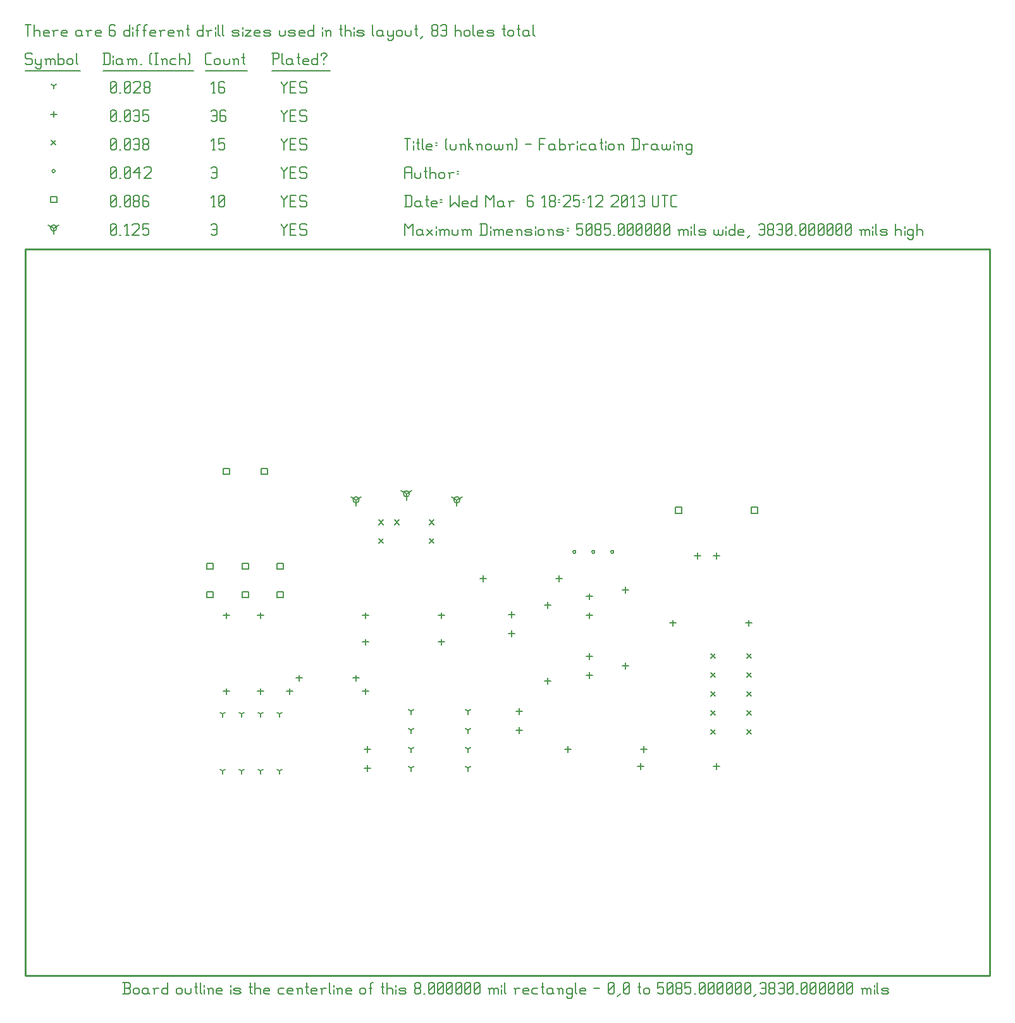
<source format=gbr>
G04 start of page 8 for group -3984 idx -3984 *
G04 Title: (unknown), fab *
G04 Creator: pcb 20110918 *
G04 CreationDate: Wed Mar  6 18:25:12 2013 UTC *
G04 For: fosse *
G04 Format: Gerber/RS-274X *
G04 PCB-Dimensions: 508500 383000 *
G04 PCB-Coordinate-Origin: lower left *
%MOIN*%
%FSLAX25Y25*%
%LNFAB*%
%ADD83C,0.0100*%
%ADD82C,0.0060*%
%ADD81C,0.0080*%
G54D81*X201000Y254083D02*Y250883D01*
Y254083D02*X203773Y255683D01*
X201000Y254083D02*X198227Y255683D01*
X199400Y254083D02*G75*G03X202600Y254083I1600J0D01*G01*
G75*G03X199400Y254083I-1600J0D01*G01*
X174425Y250933D02*Y247733D01*
Y250933D02*X177198Y252533D01*
X174425Y250933D02*X171652Y252533D01*
X172825Y250933D02*G75*G03X176025Y250933I1600J0D01*G01*
G75*G03X172825Y250933I-1600J0D01*G01*
X227575D02*Y247733D01*
Y250933D02*X230348Y252533D01*
X227575Y250933D02*X224802Y252533D01*
X225975Y250933D02*G75*G03X229175Y250933I1600J0D01*G01*
G75*G03X225975Y250933I-1600J0D01*G01*
X15000Y394250D02*Y391050D01*
Y394250D02*X17773Y395850D01*
X15000Y394250D02*X12227Y395850D01*
X13400Y394250D02*G75*G03X16600Y394250I1600J0D01*G01*
G75*G03X13400Y394250I-1600J0D01*G01*
G54D82*X135000Y396500D02*Y395750D01*
X136500Y394250D01*
X138000Y395750D01*
Y396500D02*Y395750D01*
X136500Y394250D02*Y390500D01*
X139800Y393500D02*X142050D01*
X139800Y390500D02*X142800D01*
X139800Y396500D02*Y390500D01*
Y396500D02*X142800D01*
X147600D02*X148350Y395750D01*
X145350Y396500D02*X147600D01*
X144600Y395750D02*X145350Y396500D01*
X144600Y395750D02*Y394250D01*
X145350Y393500D01*
X147600D01*
X148350Y392750D01*
Y391250D01*
X147600Y390500D02*X148350Y391250D01*
X145350Y390500D02*X147600D01*
X144600Y391250D02*X145350Y390500D01*
X98000Y395750D02*X98750Y396500D01*
X100250D01*
X101000Y395750D01*
Y391250D01*
X100250Y390500D02*X101000Y391250D01*
X98750Y390500D02*X100250D01*
X98000Y391250D02*X98750Y390500D01*
Y393500D02*X101000D01*
X45000Y391250D02*X45750Y390500D01*
X45000Y395750D02*Y391250D01*
Y395750D02*X45750Y396500D01*
X47250D01*
X48000Y395750D01*
Y391250D01*
X47250Y390500D02*X48000Y391250D01*
X45750Y390500D02*X47250D01*
X45000Y392000D02*X48000Y395000D01*
X49800Y390500D02*X50550D01*
X53100D02*X54600D01*
X53850Y396500D02*Y390500D01*
X52350Y395000D02*X53850Y396500D01*
X56400Y395750D02*X57150Y396500D01*
X59400D01*
X60150Y395750D01*
Y394250D01*
X56400Y390500D02*X60150Y394250D01*
X56400Y390500D02*X60150D01*
X61950Y396500D02*X64950D01*
X61950D02*Y393500D01*
X62700Y394250D01*
X64200D01*
X64950Y393500D01*
Y391250D01*
X64200Y390500D02*X64950Y391250D01*
X62700Y390500D02*X64200D01*
X61950Y391250D02*X62700Y390500D01*
X104400Y267600D02*X107600D01*
X104400D02*Y264400D01*
X107600D01*
Y267600D02*Y264400D01*
X124400Y267600D02*X127600D01*
X124400D02*Y264400D01*
X127600D01*
Y267600D02*Y264400D01*
X114400Y217600D02*X117600D01*
X114400D02*Y214400D01*
X117600D01*
Y217600D02*Y214400D01*
X95900Y217600D02*X99100D01*
X95900D02*Y214400D01*
X99100D01*
Y217600D02*Y214400D01*
X132900Y217600D02*X136100D01*
X132900D02*Y214400D01*
X136100D01*
Y217600D02*Y214400D01*
X95900Y202600D02*X99100D01*
X95900D02*Y199400D01*
X99100D01*
Y202600D02*Y199400D01*
X114400Y202600D02*X117600D01*
X114400D02*Y199400D01*
X117600D01*
Y202600D02*Y199400D01*
X132900Y202600D02*X136100D01*
X132900D02*Y199400D01*
X136100D01*
Y202600D02*Y199400D01*
X342900Y247100D02*X346100D01*
X342900D02*Y243900D01*
X346100D01*
Y247100D02*Y243900D01*
X382900Y247100D02*X386100D01*
X382900D02*Y243900D01*
X386100D01*
Y247100D02*Y243900D01*
X13400Y410850D02*X16600D01*
X13400D02*Y407650D01*
X16600D01*
Y410850D02*Y407650D01*
X135000Y411500D02*Y410750D01*
X136500Y409250D01*
X138000Y410750D01*
Y411500D02*Y410750D01*
X136500Y409250D02*Y405500D01*
X139800Y408500D02*X142050D01*
X139800Y405500D02*X142800D01*
X139800Y411500D02*Y405500D01*
Y411500D02*X142800D01*
X147600D02*X148350Y410750D01*
X145350Y411500D02*X147600D01*
X144600Y410750D02*X145350Y411500D01*
X144600Y410750D02*Y409250D01*
X145350Y408500D01*
X147600D01*
X148350Y407750D01*
Y406250D01*
X147600Y405500D02*X148350Y406250D01*
X145350Y405500D02*X147600D01*
X144600Y406250D02*X145350Y405500D01*
X98750D02*X100250D01*
X99500Y411500D02*Y405500D01*
X98000Y410000D02*X99500Y411500D01*
X102050Y406250D02*X102800Y405500D01*
X102050Y410750D02*Y406250D01*
Y410750D02*X102800Y411500D01*
X104300D01*
X105050Y410750D01*
Y406250D01*
X104300Y405500D02*X105050Y406250D01*
X102800Y405500D02*X104300D01*
X102050Y407000D02*X105050Y410000D01*
X45000Y406250D02*X45750Y405500D01*
X45000Y410750D02*Y406250D01*
Y410750D02*X45750Y411500D01*
X47250D01*
X48000Y410750D01*
Y406250D01*
X47250Y405500D02*X48000Y406250D01*
X45750Y405500D02*X47250D01*
X45000Y407000D02*X48000Y410000D01*
X49800Y405500D02*X50550D01*
X52350Y406250D02*X53100Y405500D01*
X52350Y410750D02*Y406250D01*
Y410750D02*X53100Y411500D01*
X54600D01*
X55350Y410750D01*
Y406250D01*
X54600Y405500D02*X55350Y406250D01*
X53100Y405500D02*X54600D01*
X52350Y407000D02*X55350Y410000D01*
X57150Y406250D02*X57900Y405500D01*
X57150Y407750D02*Y406250D01*
Y407750D02*X57900Y408500D01*
X59400D01*
X60150Y407750D01*
Y406250D01*
X59400Y405500D02*X60150Y406250D01*
X57900Y405500D02*X59400D01*
X57150Y409250D02*X57900Y408500D01*
X57150Y410750D02*Y409250D01*
Y410750D02*X57900Y411500D01*
X59400D01*
X60150Y410750D01*
Y409250D01*
X59400Y408500D02*X60150Y409250D01*
X64200Y411500D02*X64950Y410750D01*
X62700Y411500D02*X64200D01*
X61950Y410750D02*X62700Y411500D01*
X61950Y410750D02*Y406250D01*
X62700Y405500D01*
X64200Y408500D02*X64950Y407750D01*
X61950Y408500D02*X64200D01*
X62700Y405500D02*X64200D01*
X64950Y406250D01*
Y407750D02*Y406250D01*
X288700Y223500D02*G75*G03X290300Y223500I800J0D01*G01*
G75*G03X288700Y223500I-800J0D01*G01*
X298700D02*G75*G03X300300Y223500I800J0D01*G01*
G75*G03X298700Y223500I-800J0D01*G01*
X308700D02*G75*G03X310300Y223500I800J0D01*G01*
G75*G03X308700Y223500I-800J0D01*G01*
X14200Y424250D02*G75*G03X15800Y424250I800J0D01*G01*
G75*G03X14200Y424250I-800J0D01*G01*
X135000Y426500D02*Y425750D01*
X136500Y424250D01*
X138000Y425750D01*
Y426500D02*Y425750D01*
X136500Y424250D02*Y420500D01*
X139800Y423500D02*X142050D01*
X139800Y420500D02*X142800D01*
X139800Y426500D02*Y420500D01*
Y426500D02*X142800D01*
X147600D02*X148350Y425750D01*
X145350Y426500D02*X147600D01*
X144600Y425750D02*X145350Y426500D01*
X144600Y425750D02*Y424250D01*
X145350Y423500D01*
X147600D01*
X148350Y422750D01*
Y421250D01*
X147600Y420500D02*X148350Y421250D01*
X145350Y420500D02*X147600D01*
X144600Y421250D02*X145350Y420500D01*
X98000Y425750D02*X98750Y426500D01*
X100250D01*
X101000Y425750D01*
Y421250D01*
X100250Y420500D02*X101000Y421250D01*
X98750Y420500D02*X100250D01*
X98000Y421250D02*X98750Y420500D01*
Y423500D02*X101000D01*
X45000Y421250D02*X45750Y420500D01*
X45000Y425750D02*Y421250D01*
Y425750D02*X45750Y426500D01*
X47250D01*
X48000Y425750D01*
Y421250D01*
X47250Y420500D02*X48000Y421250D01*
X45750Y420500D02*X47250D01*
X45000Y422000D02*X48000Y425000D01*
X49800Y420500D02*X50550D01*
X52350Y421250D02*X53100Y420500D01*
X52350Y425750D02*Y421250D01*
Y425750D02*X53100Y426500D01*
X54600D01*
X55350Y425750D01*
Y421250D01*
X54600Y420500D02*X55350Y421250D01*
X53100Y420500D02*X54600D01*
X52350Y422000D02*X55350Y425000D01*
X57150Y423500D02*X60150Y426500D01*
X57150Y423500D02*X60900D01*
X60150Y426500D02*Y420500D01*
X62700Y425750D02*X63450Y426500D01*
X65700D01*
X66450Y425750D01*
Y424250D01*
X62700Y420500D02*X66450Y424250D01*
X62700Y420500D02*X66450D01*
X380300Y169700D02*X382700Y167300D01*
X380300D02*X382700Y169700D01*
X380300Y159700D02*X382700Y157300D01*
X380300D02*X382700Y159700D01*
X380300Y149700D02*X382700Y147300D01*
X380300D02*X382700Y149700D01*
X380300Y139700D02*X382700Y137300D01*
X380300D02*X382700Y139700D01*
X380300Y129700D02*X382700Y127300D01*
X380300D02*X382700Y129700D01*
X186414Y230480D02*X188814Y228080D01*
X186414D02*X188814Y230480D01*
X194682Y240322D02*X197082Y237922D01*
X194682D02*X197082Y240322D01*
X186414D02*X188814Y237922D01*
X186414D02*X188814Y240322D01*
X213186D02*X215586Y237922D01*
X213186D02*X215586Y240322D01*
X213186Y230480D02*X215586Y228080D01*
X213186D02*X215586Y230480D01*
X361300Y169700D02*X363700Y167300D01*
X361300D02*X363700Y169700D01*
X361300Y159700D02*X363700Y157300D01*
X361300D02*X363700Y159700D01*
X361300Y149700D02*X363700Y147300D01*
X361300D02*X363700Y149700D01*
X361300Y139700D02*X363700Y137300D01*
X361300D02*X363700Y139700D01*
X361300Y129700D02*X363700Y127300D01*
X361300D02*X363700Y129700D01*
X13800Y440450D02*X16200Y438050D01*
X13800D02*X16200Y440450D01*
X135000Y441500D02*Y440750D01*
X136500Y439250D01*
X138000Y440750D01*
Y441500D02*Y440750D01*
X136500Y439250D02*Y435500D01*
X139800Y438500D02*X142050D01*
X139800Y435500D02*X142800D01*
X139800Y441500D02*Y435500D01*
Y441500D02*X142800D01*
X147600D02*X148350Y440750D01*
X145350Y441500D02*X147600D01*
X144600Y440750D02*X145350Y441500D01*
X144600Y440750D02*Y439250D01*
X145350Y438500D01*
X147600D01*
X148350Y437750D01*
Y436250D01*
X147600Y435500D02*X148350Y436250D01*
X145350Y435500D02*X147600D01*
X144600Y436250D02*X145350Y435500D01*
X98750D02*X100250D01*
X99500Y441500D02*Y435500D01*
X98000Y440000D02*X99500Y441500D01*
X102050D02*X105050D01*
X102050D02*Y438500D01*
X102800Y439250D01*
X104300D01*
X105050Y438500D01*
Y436250D01*
X104300Y435500D02*X105050Y436250D01*
X102800Y435500D02*X104300D01*
X102050Y436250D02*X102800Y435500D01*
X45000Y436250D02*X45750Y435500D01*
X45000Y440750D02*Y436250D01*
Y440750D02*X45750Y441500D01*
X47250D01*
X48000Y440750D01*
Y436250D01*
X47250Y435500D02*X48000Y436250D01*
X45750Y435500D02*X47250D01*
X45000Y437000D02*X48000Y440000D01*
X49800Y435500D02*X50550D01*
X52350Y436250D02*X53100Y435500D01*
X52350Y440750D02*Y436250D01*
Y440750D02*X53100Y441500D01*
X54600D01*
X55350Y440750D01*
Y436250D01*
X54600Y435500D02*X55350Y436250D01*
X53100Y435500D02*X54600D01*
X52350Y437000D02*X55350Y440000D01*
X57150Y440750D02*X57900Y441500D01*
X59400D01*
X60150Y440750D01*
Y436250D01*
X59400Y435500D02*X60150Y436250D01*
X57900Y435500D02*X59400D01*
X57150Y436250D02*X57900Y435500D01*
Y438500D02*X60150D01*
X61950Y436250D02*X62700Y435500D01*
X61950Y437750D02*Y436250D01*
Y437750D02*X62700Y438500D01*
X64200D01*
X64950Y437750D01*
Y436250D01*
X64200Y435500D02*X64950Y436250D01*
X62700Y435500D02*X64200D01*
X61950Y439250D02*X62700Y438500D01*
X61950Y440750D02*Y439250D01*
Y440750D02*X62700Y441500D01*
X64200D01*
X64950Y440750D01*
Y439250D01*
X64200Y438500D02*X64950Y439250D01*
X275500Y157100D02*Y153900D01*
X273900Y155500D02*X277100D01*
X275500Y197100D02*Y193900D01*
X273900Y195500D02*X277100D01*
X256500Y182100D02*Y178900D01*
X254900Y180500D02*X258100D01*
X256500Y192100D02*Y188900D01*
X254900Y190500D02*X258100D01*
X180500Y111100D02*Y107900D01*
X178900Y109500D02*X182100D01*
X180500Y121100D02*Y117900D01*
X178900Y119500D02*X182100D01*
X124000Y191600D02*Y188400D01*
X122400Y190000D02*X125600D01*
X124000Y151600D02*Y148400D01*
X122400Y150000D02*X125600D01*
X260500Y131100D02*Y127900D01*
X258900Y129500D02*X262100D01*
X260500Y141100D02*Y137900D01*
X258900Y139500D02*X262100D01*
X241500Y211100D02*Y207900D01*
X239900Y209500D02*X243100D01*
X281500Y211100D02*Y207900D01*
X279900Y209500D02*X283100D01*
X354500Y223100D02*Y219900D01*
X352900Y221500D02*X356100D01*
X364500Y223100D02*Y219900D01*
X362900Y221500D02*X366100D01*
X144500Y158600D02*Y155400D01*
X142900Y157000D02*X146100D01*
X174500Y158600D02*Y155400D01*
X172900Y157000D02*X176100D01*
X297500Y191600D02*Y188400D01*
X295900Y190000D02*X299100D01*
X297500Y201600D02*Y198400D01*
X295900Y200000D02*X299100D01*
X316500Y165100D02*Y161900D01*
X314900Y163500D02*X318100D01*
X316500Y205100D02*Y201900D01*
X314900Y203500D02*X318100D01*
X297500Y160100D02*Y156900D01*
X295900Y158500D02*X299100D01*
X297500Y170100D02*Y166900D01*
X295900Y168500D02*X299100D01*
X106000Y191600D02*Y188400D01*
X104400Y190000D02*X107600D01*
X106000Y151600D02*Y148400D01*
X104400Y150000D02*X107600D01*
X286000Y121100D02*Y117900D01*
X284400Y119500D02*X287600D01*
X326000Y121100D02*Y117900D01*
X324400Y119500D02*X327600D01*
X219500Y191600D02*Y188400D01*
X217900Y190000D02*X221100D01*
X179500Y191600D02*Y188400D01*
X177900Y190000D02*X181100D01*
X219500Y177600D02*Y174400D01*
X217900Y176000D02*X221100D01*
X179500Y177600D02*Y174400D01*
X177900Y176000D02*X181100D01*
X139500Y151600D02*Y148400D01*
X137900Y150000D02*X141100D01*
X179500Y151600D02*Y148400D01*
X177900Y150000D02*X181100D01*
X341500Y187600D02*Y184400D01*
X339900Y186000D02*X343100D01*
X381500Y187600D02*Y184400D01*
X379900Y186000D02*X383100D01*
X324500Y112100D02*Y108900D01*
X322900Y110500D02*X326100D01*
X364500Y112100D02*Y108900D01*
X362900Y110500D02*X366100D01*
X15000Y455850D02*Y452650D01*
X13400Y454250D02*X16600D01*
X135000Y456500D02*Y455750D01*
X136500Y454250D01*
X138000Y455750D01*
Y456500D02*Y455750D01*
X136500Y454250D02*Y450500D01*
X139800Y453500D02*X142050D01*
X139800Y450500D02*X142800D01*
X139800Y456500D02*Y450500D01*
Y456500D02*X142800D01*
X147600D02*X148350Y455750D01*
X145350Y456500D02*X147600D01*
X144600Y455750D02*X145350Y456500D01*
X144600Y455750D02*Y454250D01*
X145350Y453500D01*
X147600D01*
X148350Y452750D01*
Y451250D01*
X147600Y450500D02*X148350Y451250D01*
X145350Y450500D02*X147600D01*
X144600Y451250D02*X145350Y450500D01*
X98000Y455750D02*X98750Y456500D01*
X100250D01*
X101000Y455750D01*
Y451250D01*
X100250Y450500D02*X101000Y451250D01*
X98750Y450500D02*X100250D01*
X98000Y451250D02*X98750Y450500D01*
Y453500D02*X101000D01*
X105050Y456500D02*X105800Y455750D01*
X103550Y456500D02*X105050D01*
X102800Y455750D02*X103550Y456500D01*
X102800Y455750D02*Y451250D01*
X103550Y450500D01*
X105050Y453500D02*X105800Y452750D01*
X102800Y453500D02*X105050D01*
X103550Y450500D02*X105050D01*
X105800Y451250D01*
Y452750D02*Y451250D01*
X45000D02*X45750Y450500D01*
X45000Y455750D02*Y451250D01*
Y455750D02*X45750Y456500D01*
X47250D01*
X48000Y455750D01*
Y451250D01*
X47250Y450500D02*X48000Y451250D01*
X45750Y450500D02*X47250D01*
X45000Y452000D02*X48000Y455000D01*
X49800Y450500D02*X50550D01*
X52350Y451250D02*X53100Y450500D01*
X52350Y455750D02*Y451250D01*
Y455750D02*X53100Y456500D01*
X54600D01*
X55350Y455750D01*
Y451250D01*
X54600Y450500D02*X55350Y451250D01*
X53100Y450500D02*X54600D01*
X52350Y452000D02*X55350Y455000D01*
X57150Y455750D02*X57900Y456500D01*
X59400D01*
X60150Y455750D01*
Y451250D01*
X59400Y450500D02*X60150Y451250D01*
X57900Y450500D02*X59400D01*
X57150Y451250D02*X57900Y450500D01*
Y453500D02*X60150D01*
X61950Y456500D02*X64950D01*
X61950D02*Y453500D01*
X62700Y454250D01*
X64200D01*
X64950Y453500D01*
Y451250D01*
X64200Y450500D02*X64950Y451250D01*
X62700Y450500D02*X64200D01*
X61950Y451250D02*X62700Y450500D01*
X134000Y138000D02*Y136400D01*
Y138000D02*X135387Y138800D01*
X134000Y138000D02*X132613Y138800D01*
X124000Y138000D02*Y136400D01*
Y138000D02*X125387Y138800D01*
X124000Y138000D02*X122613Y138800D01*
X114000Y138000D02*Y136400D01*
Y138000D02*X115387Y138800D01*
X114000Y138000D02*X112613Y138800D01*
X104000Y138000D02*Y136400D01*
Y138000D02*X105387Y138800D01*
X104000Y138000D02*X102613Y138800D01*
X104000Y108000D02*Y106400D01*
Y108000D02*X105387Y108800D01*
X104000Y108000D02*X102613Y108800D01*
X114000Y108000D02*Y106400D01*
Y108000D02*X115387Y108800D01*
X114000Y108000D02*X112613Y108800D01*
X124000Y108000D02*Y106400D01*
Y108000D02*X125387Y108800D01*
X124000Y108000D02*X122613Y108800D01*
X134000Y108000D02*Y106400D01*
Y108000D02*X135387Y108800D01*
X134000Y108000D02*X132613Y108800D01*
X203500Y139500D02*Y137900D01*
Y139500D02*X204887Y140300D01*
X203500Y139500D02*X202113Y140300D01*
X203500Y129500D02*Y127900D01*
Y129500D02*X204887Y130300D01*
X203500Y129500D02*X202113Y130300D01*
X203500Y119500D02*Y117900D01*
Y119500D02*X204887Y120300D01*
X203500Y119500D02*X202113Y120300D01*
X203500Y109500D02*Y107900D01*
Y109500D02*X204887Y110300D01*
X203500Y109500D02*X202113Y110300D01*
X233500Y109500D02*Y107900D01*
Y109500D02*X234887Y110300D01*
X233500Y109500D02*X232113Y110300D01*
X233500Y119500D02*Y117900D01*
Y119500D02*X234887Y120300D01*
X233500Y119500D02*X232113Y120300D01*
X233500Y129500D02*Y127900D01*
Y129500D02*X234887Y130300D01*
X233500Y129500D02*X232113Y130300D01*
X233500Y139500D02*Y137900D01*
Y139500D02*X234887Y140300D01*
X233500Y139500D02*X232113Y140300D01*
X15000Y469250D02*Y467650D01*
Y469250D02*X16387Y470050D01*
X15000Y469250D02*X13613Y470050D01*
X135000Y471500D02*Y470750D01*
X136500Y469250D01*
X138000Y470750D01*
Y471500D02*Y470750D01*
X136500Y469250D02*Y465500D01*
X139800Y468500D02*X142050D01*
X139800Y465500D02*X142800D01*
X139800Y471500D02*Y465500D01*
Y471500D02*X142800D01*
X147600D02*X148350Y470750D01*
X145350Y471500D02*X147600D01*
X144600Y470750D02*X145350Y471500D01*
X144600Y470750D02*Y469250D01*
X145350Y468500D01*
X147600D01*
X148350Y467750D01*
Y466250D01*
X147600Y465500D02*X148350Y466250D01*
X145350Y465500D02*X147600D01*
X144600Y466250D02*X145350Y465500D01*
X98750D02*X100250D01*
X99500Y471500D02*Y465500D01*
X98000Y470000D02*X99500Y471500D01*
X104300D02*X105050Y470750D01*
X102800Y471500D02*X104300D01*
X102050Y470750D02*X102800Y471500D01*
X102050Y470750D02*Y466250D01*
X102800Y465500D01*
X104300Y468500D02*X105050Y467750D01*
X102050Y468500D02*X104300D01*
X102800Y465500D02*X104300D01*
X105050Y466250D01*
Y467750D02*Y466250D01*
X45000D02*X45750Y465500D01*
X45000Y470750D02*Y466250D01*
Y470750D02*X45750Y471500D01*
X47250D01*
X48000Y470750D01*
Y466250D01*
X47250Y465500D02*X48000Y466250D01*
X45750Y465500D02*X47250D01*
X45000Y467000D02*X48000Y470000D01*
X49800Y465500D02*X50550D01*
X52350Y466250D02*X53100Y465500D01*
X52350Y470750D02*Y466250D01*
Y470750D02*X53100Y471500D01*
X54600D01*
X55350Y470750D01*
Y466250D01*
X54600Y465500D02*X55350Y466250D01*
X53100Y465500D02*X54600D01*
X52350Y467000D02*X55350Y470000D01*
X57150Y470750D02*X57900Y471500D01*
X60150D01*
X60900Y470750D01*
Y469250D01*
X57150Y465500D02*X60900Y469250D01*
X57150Y465500D02*X60900D01*
X62700Y466250D02*X63450Y465500D01*
X62700Y467750D02*Y466250D01*
Y467750D02*X63450Y468500D01*
X64950D01*
X65700Y467750D01*
Y466250D01*
X64950Y465500D02*X65700Y466250D01*
X63450Y465500D02*X64950D01*
X62700Y469250D02*X63450Y468500D01*
X62700Y470750D02*Y469250D01*
Y470750D02*X63450Y471500D01*
X64950D01*
X65700Y470750D01*
Y469250D01*
X64950Y468500D02*X65700Y469250D01*
X3000Y486500D02*X3750Y485750D01*
X750Y486500D02*X3000D01*
X0Y485750D02*X750Y486500D01*
X0Y485750D02*Y484250D01*
X750Y483500D01*
X3000D01*
X3750Y482750D01*
Y481250D01*
X3000Y480500D02*X3750Y481250D01*
X750Y480500D02*X3000D01*
X0Y481250D02*X750Y480500D01*
X5550Y483500D02*Y481250D01*
X6300Y480500D01*
X8550Y483500D02*Y479000D01*
X7800Y478250D02*X8550Y479000D01*
X6300Y478250D02*X7800D01*
X5550Y479000D02*X6300Y478250D01*
Y480500D02*X7800D01*
X8550Y481250D01*
X11100Y482750D02*Y480500D01*
Y482750D02*X11850Y483500D01*
X12600D01*
X13350Y482750D01*
Y480500D01*
Y482750D02*X14100Y483500D01*
X14850D01*
X15600Y482750D01*
Y480500D01*
X10350Y483500D02*X11100Y482750D01*
X17400Y486500D02*Y480500D01*
Y481250D02*X18150Y480500D01*
X19650D01*
X20400Y481250D01*
Y482750D02*Y481250D01*
X19650Y483500D02*X20400Y482750D01*
X18150Y483500D02*X19650D01*
X17400Y482750D02*X18150Y483500D01*
X22200Y482750D02*Y481250D01*
Y482750D02*X22950Y483500D01*
X24450D01*
X25200Y482750D01*
Y481250D01*
X24450Y480500D02*X25200Y481250D01*
X22950Y480500D02*X24450D01*
X22200Y481250D02*X22950Y480500D01*
X27000Y486500D02*Y481250D01*
X27750Y480500D01*
X0Y477250D02*X29250D01*
X41750Y486500D02*Y480500D01*
X44000Y486500D02*X44750Y485750D01*
Y481250D01*
X44000Y480500D02*X44750Y481250D01*
X41000Y480500D02*X44000D01*
X41000Y486500D02*X44000D01*
X46550Y485000D02*Y484250D01*
Y482750D02*Y480500D01*
X50300Y483500D02*X51050Y482750D01*
X48800Y483500D02*X50300D01*
X48050Y482750D02*X48800Y483500D01*
X48050Y482750D02*Y481250D01*
X48800Y480500D01*
X51050Y483500D02*Y481250D01*
X51800Y480500D01*
X48800D02*X50300D01*
X51050Y481250D01*
X54350Y482750D02*Y480500D01*
Y482750D02*X55100Y483500D01*
X55850D01*
X56600Y482750D01*
Y480500D01*
Y482750D02*X57350Y483500D01*
X58100D01*
X58850Y482750D01*
Y480500D01*
X53600Y483500D02*X54350Y482750D01*
X60650Y480500D02*X61400D01*
X65900Y481250D02*X66650Y480500D01*
X65900Y485750D02*X66650Y486500D01*
X65900Y485750D02*Y481250D01*
X68450Y486500D02*X69950D01*
X69200D02*Y480500D01*
X68450D02*X69950D01*
X72500Y482750D02*Y480500D01*
Y482750D02*X73250Y483500D01*
X74000D01*
X74750Y482750D01*
Y480500D01*
X71750Y483500D02*X72500Y482750D01*
X77300Y483500D02*X79550D01*
X76550Y482750D02*X77300Y483500D01*
X76550Y482750D02*Y481250D01*
X77300Y480500D01*
X79550D01*
X81350Y486500D02*Y480500D01*
Y482750D02*X82100Y483500D01*
X83600D01*
X84350Y482750D01*
Y480500D01*
X86150Y486500D02*X86900Y485750D01*
Y481250D01*
X86150Y480500D02*X86900Y481250D01*
X41000Y477250D02*X88700D01*
X95750Y480500D02*X98000D01*
X95000Y481250D02*X95750Y480500D01*
X95000Y485750D02*Y481250D01*
Y485750D02*X95750Y486500D01*
X98000D01*
X99800Y482750D02*Y481250D01*
Y482750D02*X100550Y483500D01*
X102050D01*
X102800Y482750D01*
Y481250D01*
X102050Y480500D02*X102800Y481250D01*
X100550Y480500D02*X102050D01*
X99800Y481250D02*X100550Y480500D01*
X104600Y483500D02*Y481250D01*
X105350Y480500D01*
X106850D01*
X107600Y481250D01*
Y483500D02*Y481250D01*
X110150Y482750D02*Y480500D01*
Y482750D02*X110900Y483500D01*
X111650D01*
X112400Y482750D01*
Y480500D01*
X109400Y483500D02*X110150Y482750D01*
X114950Y486500D02*Y481250D01*
X115700Y480500D01*
X114200Y484250D02*X115700D01*
X95000Y477250D02*X117200D01*
X130750Y486500D02*Y480500D01*
X130000Y486500D02*X133000D01*
X133750Y485750D01*
Y484250D01*
X133000Y483500D02*X133750Y484250D01*
X130750Y483500D02*X133000D01*
X135550Y486500D02*Y481250D01*
X136300Y480500D01*
X140050Y483500D02*X140800Y482750D01*
X138550Y483500D02*X140050D01*
X137800Y482750D02*X138550Y483500D01*
X137800Y482750D02*Y481250D01*
X138550Y480500D01*
X140800Y483500D02*Y481250D01*
X141550Y480500D01*
X138550D02*X140050D01*
X140800Y481250D01*
X144100Y486500D02*Y481250D01*
X144850Y480500D01*
X143350Y484250D02*X144850D01*
X147100Y480500D02*X149350D01*
X146350Y481250D02*X147100Y480500D01*
X146350Y482750D02*Y481250D01*
Y482750D02*X147100Y483500D01*
X148600D01*
X149350Y482750D01*
X146350Y482000D02*X149350D01*
Y482750D02*Y482000D01*
X154150Y486500D02*Y480500D01*
X153400D02*X154150Y481250D01*
X151900Y480500D02*X153400D01*
X151150Y481250D02*X151900Y480500D01*
X151150Y482750D02*Y481250D01*
Y482750D02*X151900Y483500D01*
X153400D01*
X154150Y482750D01*
X157450Y483500D02*Y482750D01*
Y481250D02*Y480500D01*
X155950Y485750D02*Y485000D01*
Y485750D02*X156700Y486500D01*
X158200D01*
X158950Y485750D01*
Y485000D01*
X157450Y483500D02*X158950Y485000D01*
X130000Y477250D02*X160750D01*
X0Y501500D02*X3000D01*
X1500D02*Y495500D01*
X4800Y501500D02*Y495500D01*
Y497750D02*X5550Y498500D01*
X7050D01*
X7800Y497750D01*
Y495500D01*
X10350D02*X12600D01*
X9600Y496250D02*X10350Y495500D01*
X9600Y497750D02*Y496250D01*
Y497750D02*X10350Y498500D01*
X11850D01*
X12600Y497750D01*
X9600Y497000D02*X12600D01*
Y497750D02*Y497000D01*
X15150Y497750D02*Y495500D01*
Y497750D02*X15900Y498500D01*
X17400D01*
X14400D02*X15150Y497750D01*
X19950Y495500D02*X22200D01*
X19200Y496250D02*X19950Y495500D01*
X19200Y497750D02*Y496250D01*
Y497750D02*X19950Y498500D01*
X21450D01*
X22200Y497750D01*
X19200Y497000D02*X22200D01*
Y497750D02*Y497000D01*
X28950Y498500D02*X29700Y497750D01*
X27450Y498500D02*X28950D01*
X26700Y497750D02*X27450Y498500D01*
X26700Y497750D02*Y496250D01*
X27450Y495500D01*
X29700Y498500D02*Y496250D01*
X30450Y495500D01*
X27450D02*X28950D01*
X29700Y496250D01*
X33000Y497750D02*Y495500D01*
Y497750D02*X33750Y498500D01*
X35250D01*
X32250D02*X33000Y497750D01*
X37800Y495500D02*X40050D01*
X37050Y496250D02*X37800Y495500D01*
X37050Y497750D02*Y496250D01*
Y497750D02*X37800Y498500D01*
X39300D01*
X40050Y497750D01*
X37050Y497000D02*X40050D01*
Y497750D02*Y497000D01*
X46800Y501500D02*X47550Y500750D01*
X45300Y501500D02*X46800D01*
X44550Y500750D02*X45300Y501500D01*
X44550Y500750D02*Y496250D01*
X45300Y495500D01*
X46800Y498500D02*X47550Y497750D01*
X44550Y498500D02*X46800D01*
X45300Y495500D02*X46800D01*
X47550Y496250D01*
Y497750D02*Y496250D01*
X55050Y501500D02*Y495500D01*
X54300D02*X55050Y496250D01*
X52800Y495500D02*X54300D01*
X52050Y496250D02*X52800Y495500D01*
X52050Y497750D02*Y496250D01*
Y497750D02*X52800Y498500D01*
X54300D01*
X55050Y497750D01*
X56850Y500000D02*Y499250D01*
Y497750D02*Y495500D01*
X59100Y500750D02*Y495500D01*
Y500750D02*X59850Y501500D01*
X60600D01*
X58350Y498500D02*X59850D01*
X62850Y500750D02*Y495500D01*
Y500750D02*X63600Y501500D01*
X64350D01*
X62100Y498500D02*X63600D01*
X66600Y495500D02*X68850D01*
X65850Y496250D02*X66600Y495500D01*
X65850Y497750D02*Y496250D01*
Y497750D02*X66600Y498500D01*
X68100D01*
X68850Y497750D01*
X65850Y497000D02*X68850D01*
Y497750D02*Y497000D01*
X71400Y497750D02*Y495500D01*
Y497750D02*X72150Y498500D01*
X73650D01*
X70650D02*X71400Y497750D01*
X76200Y495500D02*X78450D01*
X75450Y496250D02*X76200Y495500D01*
X75450Y497750D02*Y496250D01*
Y497750D02*X76200Y498500D01*
X77700D01*
X78450Y497750D01*
X75450Y497000D02*X78450D01*
Y497750D02*Y497000D01*
X81000Y497750D02*Y495500D01*
Y497750D02*X81750Y498500D01*
X82500D01*
X83250Y497750D01*
Y495500D01*
X80250Y498500D02*X81000Y497750D01*
X85800Y501500D02*Y496250D01*
X86550Y495500D01*
X85050Y499250D02*X86550D01*
X93750Y501500D02*Y495500D01*
X93000D02*X93750Y496250D01*
X91500Y495500D02*X93000D01*
X90750Y496250D02*X91500Y495500D01*
X90750Y497750D02*Y496250D01*
Y497750D02*X91500Y498500D01*
X93000D01*
X93750Y497750D01*
X96300D02*Y495500D01*
Y497750D02*X97050Y498500D01*
X98550D01*
X95550D02*X96300Y497750D01*
X100350Y500000D02*Y499250D01*
Y497750D02*Y495500D01*
X101850Y501500D02*Y496250D01*
X102600Y495500D01*
X104100Y501500D02*Y496250D01*
X104850Y495500D01*
X109800D02*X112050D01*
X112800Y496250D01*
X112050Y497000D02*X112800Y496250D01*
X109800Y497000D02*X112050D01*
X109050Y497750D02*X109800Y497000D01*
X109050Y497750D02*X109800Y498500D01*
X112050D01*
X112800Y497750D01*
X109050Y496250D02*X109800Y495500D01*
X114600Y500000D02*Y499250D01*
Y497750D02*Y495500D01*
X116100Y498500D02*X119100D01*
X116100Y495500D02*X119100Y498500D01*
X116100Y495500D02*X119100D01*
X121650D02*X123900D01*
X120900Y496250D02*X121650Y495500D01*
X120900Y497750D02*Y496250D01*
Y497750D02*X121650Y498500D01*
X123150D01*
X123900Y497750D01*
X120900Y497000D02*X123900D01*
Y497750D02*Y497000D01*
X126450Y495500D02*X128700D01*
X129450Y496250D01*
X128700Y497000D02*X129450Y496250D01*
X126450Y497000D02*X128700D01*
X125700Y497750D02*X126450Y497000D01*
X125700Y497750D02*X126450Y498500D01*
X128700D01*
X129450Y497750D01*
X125700Y496250D02*X126450Y495500D01*
X133950Y498500D02*Y496250D01*
X134700Y495500D01*
X136200D01*
X136950Y496250D01*
Y498500D02*Y496250D01*
X139500Y495500D02*X141750D01*
X142500Y496250D01*
X141750Y497000D02*X142500Y496250D01*
X139500Y497000D02*X141750D01*
X138750Y497750D02*X139500Y497000D01*
X138750Y497750D02*X139500Y498500D01*
X141750D01*
X142500Y497750D01*
X138750Y496250D02*X139500Y495500D01*
X145050D02*X147300D01*
X144300Y496250D02*X145050Y495500D01*
X144300Y497750D02*Y496250D01*
Y497750D02*X145050Y498500D01*
X146550D01*
X147300Y497750D01*
X144300Y497000D02*X147300D01*
Y497750D02*Y497000D01*
X152100Y501500D02*Y495500D01*
X151350D02*X152100Y496250D01*
X149850Y495500D02*X151350D01*
X149100Y496250D02*X149850Y495500D01*
X149100Y497750D02*Y496250D01*
Y497750D02*X149850Y498500D01*
X151350D01*
X152100Y497750D01*
X156600Y500000D02*Y499250D01*
Y497750D02*Y495500D01*
X158850Y497750D02*Y495500D01*
Y497750D02*X159600Y498500D01*
X160350D01*
X161100Y497750D01*
Y495500D01*
X158100Y498500D02*X158850Y497750D01*
X166350Y501500D02*Y496250D01*
X167100Y495500D01*
X165600Y499250D02*X167100D01*
X168600Y501500D02*Y495500D01*
Y497750D02*X169350Y498500D01*
X170850D01*
X171600Y497750D01*
Y495500D01*
X173400Y500000D02*Y499250D01*
Y497750D02*Y495500D01*
X175650D02*X177900D01*
X178650Y496250D01*
X177900Y497000D02*X178650Y496250D01*
X175650Y497000D02*X177900D01*
X174900Y497750D02*X175650Y497000D01*
X174900Y497750D02*X175650Y498500D01*
X177900D01*
X178650Y497750D01*
X174900Y496250D02*X175650Y495500D01*
X183150Y501500D02*Y496250D01*
X183900Y495500D01*
X187650Y498500D02*X188400Y497750D01*
X186150Y498500D02*X187650D01*
X185400Y497750D02*X186150Y498500D01*
X185400Y497750D02*Y496250D01*
X186150Y495500D01*
X188400Y498500D02*Y496250D01*
X189150Y495500D01*
X186150D02*X187650D01*
X188400Y496250D01*
X190950Y498500D02*Y496250D01*
X191700Y495500D01*
X193950Y498500D02*Y494000D01*
X193200Y493250D02*X193950Y494000D01*
X191700Y493250D02*X193200D01*
X190950Y494000D02*X191700Y493250D01*
Y495500D02*X193200D01*
X193950Y496250D01*
X195750Y497750D02*Y496250D01*
Y497750D02*X196500Y498500D01*
X198000D01*
X198750Y497750D01*
Y496250D01*
X198000Y495500D02*X198750Y496250D01*
X196500Y495500D02*X198000D01*
X195750Y496250D02*X196500Y495500D01*
X200550Y498500D02*Y496250D01*
X201300Y495500D01*
X202800D01*
X203550Y496250D01*
Y498500D02*Y496250D01*
X206100Y501500D02*Y496250D01*
X206850Y495500D01*
X205350Y499250D02*X206850D01*
X208350Y494000D02*X209850Y495500D01*
X214350Y496250D02*X215100Y495500D01*
X214350Y497750D02*Y496250D01*
Y497750D02*X215100Y498500D01*
X216600D01*
X217350Y497750D01*
Y496250D01*
X216600Y495500D02*X217350Y496250D01*
X215100Y495500D02*X216600D01*
X214350Y499250D02*X215100Y498500D01*
X214350Y500750D02*Y499250D01*
Y500750D02*X215100Y501500D01*
X216600D01*
X217350Y500750D01*
Y499250D01*
X216600Y498500D02*X217350Y499250D01*
X219150Y500750D02*X219900Y501500D01*
X221400D01*
X222150Y500750D01*
Y496250D01*
X221400Y495500D02*X222150Y496250D01*
X219900Y495500D02*X221400D01*
X219150Y496250D02*X219900Y495500D01*
Y498500D02*X222150D01*
X226650Y501500D02*Y495500D01*
Y497750D02*X227400Y498500D01*
X228900D01*
X229650Y497750D01*
Y495500D01*
X231450Y497750D02*Y496250D01*
Y497750D02*X232200Y498500D01*
X233700D01*
X234450Y497750D01*
Y496250D01*
X233700Y495500D02*X234450Y496250D01*
X232200Y495500D02*X233700D01*
X231450Y496250D02*X232200Y495500D01*
X236250Y501500D02*Y496250D01*
X237000Y495500D01*
X239250D02*X241500D01*
X238500Y496250D02*X239250Y495500D01*
X238500Y497750D02*Y496250D01*
Y497750D02*X239250Y498500D01*
X240750D01*
X241500Y497750D01*
X238500Y497000D02*X241500D01*
Y497750D02*Y497000D01*
X244050Y495500D02*X246300D01*
X247050Y496250D01*
X246300Y497000D02*X247050Y496250D01*
X244050Y497000D02*X246300D01*
X243300Y497750D02*X244050Y497000D01*
X243300Y497750D02*X244050Y498500D01*
X246300D01*
X247050Y497750D01*
X243300Y496250D02*X244050Y495500D01*
X252300Y501500D02*Y496250D01*
X253050Y495500D01*
X251550Y499250D02*X253050D01*
X254550Y497750D02*Y496250D01*
Y497750D02*X255300Y498500D01*
X256800D01*
X257550Y497750D01*
Y496250D01*
X256800Y495500D02*X257550Y496250D01*
X255300Y495500D02*X256800D01*
X254550Y496250D02*X255300Y495500D01*
X260100Y501500D02*Y496250D01*
X260850Y495500D01*
X259350Y499250D02*X260850D01*
X264600Y498500D02*X265350Y497750D01*
X263100Y498500D02*X264600D01*
X262350Y497750D02*X263100Y498500D01*
X262350Y497750D02*Y496250D01*
X263100Y495500D01*
X265350Y498500D02*Y496250D01*
X266100Y495500D01*
X263100D02*X264600D01*
X265350Y496250D01*
X267900Y501500D02*Y496250D01*
X268650Y495500D01*
G54D83*X0Y383000D02*X508500D01*
X0D02*Y0D01*
X508500Y383000D02*Y0D01*
X0D02*X508500D01*
G54D82*X200000Y396500D02*Y390500D01*
Y396500D02*X202250Y394250D01*
X204500Y396500D01*
Y390500D01*
X208550Y393500D02*X209300Y392750D01*
X207050Y393500D02*X208550D01*
X206300Y392750D02*X207050Y393500D01*
X206300Y392750D02*Y391250D01*
X207050Y390500D01*
X209300Y393500D02*Y391250D01*
X210050Y390500D01*
X207050D02*X208550D01*
X209300Y391250D01*
X211850Y393500D02*X214850Y390500D01*
X211850D02*X214850Y393500D01*
X216650Y395000D02*Y394250D01*
Y392750D02*Y390500D01*
X218900Y392750D02*Y390500D01*
Y392750D02*X219650Y393500D01*
X220400D01*
X221150Y392750D01*
Y390500D01*
Y392750D02*X221900Y393500D01*
X222650D01*
X223400Y392750D01*
Y390500D01*
X218150Y393500D02*X218900Y392750D01*
X225200Y393500D02*Y391250D01*
X225950Y390500D01*
X227450D01*
X228200Y391250D01*
Y393500D02*Y391250D01*
X230750Y392750D02*Y390500D01*
Y392750D02*X231500Y393500D01*
X232250D01*
X233000Y392750D01*
Y390500D01*
Y392750D02*X233750Y393500D01*
X234500D01*
X235250Y392750D01*
Y390500D01*
X230000Y393500D02*X230750Y392750D01*
X240500Y396500D02*Y390500D01*
X242750Y396500D02*X243500Y395750D01*
Y391250D01*
X242750Y390500D02*X243500Y391250D01*
X239750Y390500D02*X242750D01*
X239750Y396500D02*X242750D01*
X245300Y395000D02*Y394250D01*
Y392750D02*Y390500D01*
X247550Y392750D02*Y390500D01*
Y392750D02*X248300Y393500D01*
X249050D01*
X249800Y392750D01*
Y390500D01*
Y392750D02*X250550Y393500D01*
X251300D01*
X252050Y392750D01*
Y390500D01*
X246800Y393500D02*X247550Y392750D01*
X254600Y390500D02*X256850D01*
X253850Y391250D02*X254600Y390500D01*
X253850Y392750D02*Y391250D01*
Y392750D02*X254600Y393500D01*
X256100D01*
X256850Y392750D01*
X253850Y392000D02*X256850D01*
Y392750D02*Y392000D01*
X259400Y392750D02*Y390500D01*
Y392750D02*X260150Y393500D01*
X260900D01*
X261650Y392750D01*
Y390500D01*
X258650Y393500D02*X259400Y392750D01*
X264200Y390500D02*X266450D01*
X267200Y391250D01*
X266450Y392000D02*X267200Y391250D01*
X264200Y392000D02*X266450D01*
X263450Y392750D02*X264200Y392000D01*
X263450Y392750D02*X264200Y393500D01*
X266450D01*
X267200Y392750D01*
X263450Y391250D02*X264200Y390500D01*
X269000Y395000D02*Y394250D01*
Y392750D02*Y390500D01*
X270500Y392750D02*Y391250D01*
Y392750D02*X271250Y393500D01*
X272750D01*
X273500Y392750D01*
Y391250D01*
X272750Y390500D02*X273500Y391250D01*
X271250Y390500D02*X272750D01*
X270500Y391250D02*X271250Y390500D01*
X276050Y392750D02*Y390500D01*
Y392750D02*X276800Y393500D01*
X277550D01*
X278300Y392750D01*
Y390500D01*
X275300Y393500D02*X276050Y392750D01*
X280850Y390500D02*X283100D01*
X283850Y391250D01*
X283100Y392000D02*X283850Y391250D01*
X280850Y392000D02*X283100D01*
X280100Y392750D02*X280850Y392000D01*
X280100Y392750D02*X280850Y393500D01*
X283100D01*
X283850Y392750D01*
X280100Y391250D02*X280850Y390500D01*
X285650Y394250D02*X286400D01*
X285650Y392750D02*X286400D01*
X290900Y396500D02*X293900D01*
X290900D02*Y393500D01*
X291650Y394250D01*
X293150D01*
X293900Y393500D01*
Y391250D01*
X293150Y390500D02*X293900Y391250D01*
X291650Y390500D02*X293150D01*
X290900Y391250D02*X291650Y390500D01*
X295700Y391250D02*X296450Y390500D01*
X295700Y395750D02*Y391250D01*
Y395750D02*X296450Y396500D01*
X297950D01*
X298700Y395750D01*
Y391250D01*
X297950Y390500D02*X298700Y391250D01*
X296450Y390500D02*X297950D01*
X295700Y392000D02*X298700Y395000D01*
X300500Y391250D02*X301250Y390500D01*
X300500Y392750D02*Y391250D01*
Y392750D02*X301250Y393500D01*
X302750D01*
X303500Y392750D01*
Y391250D01*
X302750Y390500D02*X303500Y391250D01*
X301250Y390500D02*X302750D01*
X300500Y394250D02*X301250Y393500D01*
X300500Y395750D02*Y394250D01*
Y395750D02*X301250Y396500D01*
X302750D01*
X303500Y395750D01*
Y394250D01*
X302750Y393500D02*X303500Y394250D01*
X305300Y396500D02*X308300D01*
X305300D02*Y393500D01*
X306050Y394250D01*
X307550D01*
X308300Y393500D01*
Y391250D01*
X307550Y390500D02*X308300Y391250D01*
X306050Y390500D02*X307550D01*
X305300Y391250D02*X306050Y390500D01*
X310100D02*X310850D01*
X312650Y391250D02*X313400Y390500D01*
X312650Y395750D02*Y391250D01*
Y395750D02*X313400Y396500D01*
X314900D01*
X315650Y395750D01*
Y391250D01*
X314900Y390500D02*X315650Y391250D01*
X313400Y390500D02*X314900D01*
X312650Y392000D02*X315650Y395000D01*
X317450Y391250D02*X318200Y390500D01*
X317450Y395750D02*Y391250D01*
Y395750D02*X318200Y396500D01*
X319700D01*
X320450Y395750D01*
Y391250D01*
X319700Y390500D02*X320450Y391250D01*
X318200Y390500D02*X319700D01*
X317450Y392000D02*X320450Y395000D01*
X322250Y391250D02*X323000Y390500D01*
X322250Y395750D02*Y391250D01*
Y395750D02*X323000Y396500D01*
X324500D01*
X325250Y395750D01*
Y391250D01*
X324500Y390500D02*X325250Y391250D01*
X323000Y390500D02*X324500D01*
X322250Y392000D02*X325250Y395000D01*
X327050Y391250D02*X327800Y390500D01*
X327050Y395750D02*Y391250D01*
Y395750D02*X327800Y396500D01*
X329300D01*
X330050Y395750D01*
Y391250D01*
X329300Y390500D02*X330050Y391250D01*
X327800Y390500D02*X329300D01*
X327050Y392000D02*X330050Y395000D01*
X331850Y391250D02*X332600Y390500D01*
X331850Y395750D02*Y391250D01*
Y395750D02*X332600Y396500D01*
X334100D01*
X334850Y395750D01*
Y391250D01*
X334100Y390500D02*X334850Y391250D01*
X332600Y390500D02*X334100D01*
X331850Y392000D02*X334850Y395000D01*
X336650Y391250D02*X337400Y390500D01*
X336650Y395750D02*Y391250D01*
Y395750D02*X337400Y396500D01*
X338900D01*
X339650Y395750D01*
Y391250D01*
X338900Y390500D02*X339650Y391250D01*
X337400Y390500D02*X338900D01*
X336650Y392000D02*X339650Y395000D01*
X344900Y392750D02*Y390500D01*
Y392750D02*X345650Y393500D01*
X346400D01*
X347150Y392750D01*
Y390500D01*
Y392750D02*X347900Y393500D01*
X348650D01*
X349400Y392750D01*
Y390500D01*
X344150Y393500D02*X344900Y392750D01*
X351200Y395000D02*Y394250D01*
Y392750D02*Y390500D01*
X352700Y396500D02*Y391250D01*
X353450Y390500D01*
X355700D02*X357950D01*
X358700Y391250D01*
X357950Y392000D02*X358700Y391250D01*
X355700Y392000D02*X357950D01*
X354950Y392750D02*X355700Y392000D01*
X354950Y392750D02*X355700Y393500D01*
X357950D01*
X358700Y392750D01*
X354950Y391250D02*X355700Y390500D01*
X363200Y393500D02*Y391250D01*
X363950Y390500D01*
X364700D01*
X365450Y391250D01*
Y393500D02*Y391250D01*
X366200Y390500D01*
X366950D01*
X367700Y391250D01*
Y393500D02*Y391250D01*
X369500Y395000D02*Y394250D01*
Y392750D02*Y390500D01*
X374000Y396500D02*Y390500D01*
X373250D02*X374000Y391250D01*
X371750Y390500D02*X373250D01*
X371000Y391250D02*X371750Y390500D01*
X371000Y392750D02*Y391250D01*
Y392750D02*X371750Y393500D01*
X373250D01*
X374000Y392750D01*
X376550Y390500D02*X378800D01*
X375800Y391250D02*X376550Y390500D01*
X375800Y392750D02*Y391250D01*
Y392750D02*X376550Y393500D01*
X378050D01*
X378800Y392750D01*
X375800Y392000D02*X378800D01*
Y392750D02*Y392000D01*
X380600Y389000D02*X382100Y390500D01*
X386600Y395750D02*X387350Y396500D01*
X388850D01*
X389600Y395750D01*
Y391250D01*
X388850Y390500D02*X389600Y391250D01*
X387350Y390500D02*X388850D01*
X386600Y391250D02*X387350Y390500D01*
Y393500D02*X389600D01*
X391400Y391250D02*X392150Y390500D01*
X391400Y392750D02*Y391250D01*
Y392750D02*X392150Y393500D01*
X393650D01*
X394400Y392750D01*
Y391250D01*
X393650Y390500D02*X394400Y391250D01*
X392150Y390500D02*X393650D01*
X391400Y394250D02*X392150Y393500D01*
X391400Y395750D02*Y394250D01*
Y395750D02*X392150Y396500D01*
X393650D01*
X394400Y395750D01*
Y394250D01*
X393650Y393500D02*X394400Y394250D01*
X396200Y395750D02*X396950Y396500D01*
X398450D01*
X399200Y395750D01*
Y391250D01*
X398450Y390500D02*X399200Y391250D01*
X396950Y390500D02*X398450D01*
X396200Y391250D02*X396950Y390500D01*
Y393500D02*X399200D01*
X401000Y391250D02*X401750Y390500D01*
X401000Y395750D02*Y391250D01*
Y395750D02*X401750Y396500D01*
X403250D01*
X404000Y395750D01*
Y391250D01*
X403250Y390500D02*X404000Y391250D01*
X401750Y390500D02*X403250D01*
X401000Y392000D02*X404000Y395000D01*
X405800Y390500D02*X406550D01*
X408350Y391250D02*X409100Y390500D01*
X408350Y395750D02*Y391250D01*
Y395750D02*X409100Y396500D01*
X410600D01*
X411350Y395750D01*
Y391250D01*
X410600Y390500D02*X411350Y391250D01*
X409100Y390500D02*X410600D01*
X408350Y392000D02*X411350Y395000D01*
X413150Y391250D02*X413900Y390500D01*
X413150Y395750D02*Y391250D01*
Y395750D02*X413900Y396500D01*
X415400D01*
X416150Y395750D01*
Y391250D01*
X415400Y390500D02*X416150Y391250D01*
X413900Y390500D02*X415400D01*
X413150Y392000D02*X416150Y395000D01*
X417950Y391250D02*X418700Y390500D01*
X417950Y395750D02*Y391250D01*
Y395750D02*X418700Y396500D01*
X420200D01*
X420950Y395750D01*
Y391250D01*
X420200Y390500D02*X420950Y391250D01*
X418700Y390500D02*X420200D01*
X417950Y392000D02*X420950Y395000D01*
X422750Y391250D02*X423500Y390500D01*
X422750Y395750D02*Y391250D01*
Y395750D02*X423500Y396500D01*
X425000D01*
X425750Y395750D01*
Y391250D01*
X425000Y390500D02*X425750Y391250D01*
X423500Y390500D02*X425000D01*
X422750Y392000D02*X425750Y395000D01*
X427550Y391250D02*X428300Y390500D01*
X427550Y395750D02*Y391250D01*
Y395750D02*X428300Y396500D01*
X429800D01*
X430550Y395750D01*
Y391250D01*
X429800Y390500D02*X430550Y391250D01*
X428300Y390500D02*X429800D01*
X427550Y392000D02*X430550Y395000D01*
X432350Y391250D02*X433100Y390500D01*
X432350Y395750D02*Y391250D01*
Y395750D02*X433100Y396500D01*
X434600D01*
X435350Y395750D01*
Y391250D01*
X434600Y390500D02*X435350Y391250D01*
X433100Y390500D02*X434600D01*
X432350Y392000D02*X435350Y395000D01*
X440600Y392750D02*Y390500D01*
Y392750D02*X441350Y393500D01*
X442100D01*
X442850Y392750D01*
Y390500D01*
Y392750D02*X443600Y393500D01*
X444350D01*
X445100Y392750D01*
Y390500D01*
X439850Y393500D02*X440600Y392750D01*
X446900Y395000D02*Y394250D01*
Y392750D02*Y390500D01*
X448400Y396500D02*Y391250D01*
X449150Y390500D01*
X451400D02*X453650D01*
X454400Y391250D01*
X453650Y392000D02*X454400Y391250D01*
X451400Y392000D02*X453650D01*
X450650Y392750D02*X451400Y392000D01*
X450650Y392750D02*X451400Y393500D01*
X453650D01*
X454400Y392750D01*
X450650Y391250D02*X451400Y390500D01*
X458900Y396500D02*Y390500D01*
Y392750D02*X459650Y393500D01*
X461150D01*
X461900Y392750D01*
Y390500D01*
X463700Y395000D02*Y394250D01*
Y392750D02*Y390500D01*
X467450Y393500D02*X468200Y392750D01*
X465950Y393500D02*X467450D01*
X465200Y392750D02*X465950Y393500D01*
X465200Y392750D02*Y391250D01*
X465950Y390500D01*
X467450D01*
X468200Y391250D01*
X465200Y389000D02*X465950Y388250D01*
X467450D01*
X468200Y389000D01*
Y393500D02*Y389000D01*
X470000Y396500D02*Y390500D01*
Y392750D02*X470750Y393500D01*
X472250D01*
X473000Y392750D01*
Y390500D01*
X51525Y-9500D02*X54525D01*
X55275Y-8750D01*
Y-7250D02*Y-8750D01*
X54525Y-6500D02*X55275Y-7250D01*
X52275Y-6500D02*X54525D01*
X52275Y-3500D02*Y-9500D01*
X51525Y-3500D02*X54525D01*
X55275Y-4250D01*
Y-5750D01*
X54525Y-6500D02*X55275Y-5750D01*
X57075Y-7250D02*Y-8750D01*
Y-7250D02*X57825Y-6500D01*
X59325D01*
X60075Y-7250D01*
Y-8750D01*
X59325Y-9500D02*X60075Y-8750D01*
X57825Y-9500D02*X59325D01*
X57075Y-8750D02*X57825Y-9500D01*
X64125Y-6500D02*X64875Y-7250D01*
X62625Y-6500D02*X64125D01*
X61875Y-7250D02*X62625Y-6500D01*
X61875Y-7250D02*Y-8750D01*
X62625Y-9500D01*
X64875Y-6500D02*Y-8750D01*
X65625Y-9500D01*
X62625D02*X64125D01*
X64875Y-8750D01*
X68175Y-7250D02*Y-9500D01*
Y-7250D02*X68925Y-6500D01*
X70425D01*
X67425D02*X68175Y-7250D01*
X75225Y-3500D02*Y-9500D01*
X74475D02*X75225Y-8750D01*
X72975Y-9500D02*X74475D01*
X72225Y-8750D02*X72975Y-9500D01*
X72225Y-7250D02*Y-8750D01*
Y-7250D02*X72975Y-6500D01*
X74475D01*
X75225Y-7250D01*
X79725D02*Y-8750D01*
Y-7250D02*X80475Y-6500D01*
X81975D01*
X82725Y-7250D01*
Y-8750D01*
X81975Y-9500D02*X82725Y-8750D01*
X80475Y-9500D02*X81975D01*
X79725Y-8750D02*X80475Y-9500D01*
X84525Y-6500D02*Y-8750D01*
X85275Y-9500D01*
X86775D01*
X87525Y-8750D01*
Y-6500D02*Y-8750D01*
X90075Y-3500D02*Y-8750D01*
X90825Y-9500D01*
X89325Y-5750D02*X90825D01*
X92325Y-3500D02*Y-8750D01*
X93075Y-9500D01*
X94575Y-5000D02*Y-5750D01*
Y-7250D02*Y-9500D01*
X96825Y-7250D02*Y-9500D01*
Y-7250D02*X97575Y-6500D01*
X98325D01*
X99075Y-7250D01*
Y-9500D01*
X96075Y-6500D02*X96825Y-7250D01*
X101625Y-9500D02*X103875D01*
X100875Y-8750D02*X101625Y-9500D01*
X100875Y-7250D02*Y-8750D01*
Y-7250D02*X101625Y-6500D01*
X103125D01*
X103875Y-7250D01*
X100875Y-8000D02*X103875D01*
Y-7250D02*Y-8000D01*
X108375Y-5000D02*Y-5750D01*
Y-7250D02*Y-9500D01*
X110625D02*X112875D01*
X113625Y-8750D01*
X112875Y-8000D02*X113625Y-8750D01*
X110625Y-8000D02*X112875D01*
X109875Y-7250D02*X110625Y-8000D01*
X109875Y-7250D02*X110625Y-6500D01*
X112875D01*
X113625Y-7250D01*
X109875Y-8750D02*X110625Y-9500D01*
X118875Y-3500D02*Y-8750D01*
X119625Y-9500D01*
X118125Y-5750D02*X119625D01*
X121125Y-3500D02*Y-9500D01*
Y-7250D02*X121875Y-6500D01*
X123375D01*
X124125Y-7250D01*
Y-9500D01*
X126675D02*X128925D01*
X125925Y-8750D02*X126675Y-9500D01*
X125925Y-7250D02*Y-8750D01*
Y-7250D02*X126675Y-6500D01*
X128175D01*
X128925Y-7250D01*
X125925Y-8000D02*X128925D01*
Y-7250D02*Y-8000D01*
X134175Y-6500D02*X136425D01*
X133425Y-7250D02*X134175Y-6500D01*
X133425Y-7250D02*Y-8750D01*
X134175Y-9500D01*
X136425D01*
X138975D02*X141225D01*
X138225Y-8750D02*X138975Y-9500D01*
X138225Y-7250D02*Y-8750D01*
Y-7250D02*X138975Y-6500D01*
X140475D01*
X141225Y-7250D01*
X138225Y-8000D02*X141225D01*
Y-7250D02*Y-8000D01*
X143775Y-7250D02*Y-9500D01*
Y-7250D02*X144525Y-6500D01*
X145275D01*
X146025Y-7250D01*
Y-9500D01*
X143025Y-6500D02*X143775Y-7250D01*
X148575Y-3500D02*Y-8750D01*
X149325Y-9500D01*
X147825Y-5750D02*X149325D01*
X151575Y-9500D02*X153825D01*
X150825Y-8750D02*X151575Y-9500D01*
X150825Y-7250D02*Y-8750D01*
Y-7250D02*X151575Y-6500D01*
X153075D01*
X153825Y-7250D01*
X150825Y-8000D02*X153825D01*
Y-7250D02*Y-8000D01*
X156375Y-7250D02*Y-9500D01*
Y-7250D02*X157125Y-6500D01*
X158625D01*
X155625D02*X156375Y-7250D01*
X160425Y-3500D02*Y-8750D01*
X161175Y-9500D01*
X162675Y-5000D02*Y-5750D01*
Y-7250D02*Y-9500D01*
X164925Y-7250D02*Y-9500D01*
Y-7250D02*X165675Y-6500D01*
X166425D01*
X167175Y-7250D01*
Y-9500D01*
X164175Y-6500D02*X164925Y-7250D01*
X169725Y-9500D02*X171975D01*
X168975Y-8750D02*X169725Y-9500D01*
X168975Y-7250D02*Y-8750D01*
Y-7250D02*X169725Y-6500D01*
X171225D01*
X171975Y-7250D01*
X168975Y-8000D02*X171975D01*
Y-7250D02*Y-8000D01*
X176475Y-7250D02*Y-8750D01*
Y-7250D02*X177225Y-6500D01*
X178725D01*
X179475Y-7250D01*
Y-8750D01*
X178725Y-9500D02*X179475Y-8750D01*
X177225Y-9500D02*X178725D01*
X176475Y-8750D02*X177225Y-9500D01*
X182025Y-4250D02*Y-9500D01*
Y-4250D02*X182775Y-3500D01*
X183525D01*
X181275Y-6500D02*X182775D01*
X188475Y-3500D02*Y-8750D01*
X189225Y-9500D01*
X187725Y-5750D02*X189225D01*
X190725Y-3500D02*Y-9500D01*
Y-7250D02*X191475Y-6500D01*
X192975D01*
X193725Y-7250D01*
Y-9500D01*
X195525Y-5000D02*Y-5750D01*
Y-7250D02*Y-9500D01*
X197775D02*X200025D01*
X200775Y-8750D01*
X200025Y-8000D02*X200775Y-8750D01*
X197775Y-8000D02*X200025D01*
X197025Y-7250D02*X197775Y-8000D01*
X197025Y-7250D02*X197775Y-6500D01*
X200025D01*
X200775Y-7250D01*
X197025Y-8750D02*X197775Y-9500D01*
X205275Y-8750D02*X206025Y-9500D01*
X205275Y-7250D02*Y-8750D01*
Y-7250D02*X206025Y-6500D01*
X207525D01*
X208275Y-7250D01*
Y-8750D01*
X207525Y-9500D02*X208275Y-8750D01*
X206025Y-9500D02*X207525D01*
X205275Y-5750D02*X206025Y-6500D01*
X205275Y-4250D02*Y-5750D01*
Y-4250D02*X206025Y-3500D01*
X207525D01*
X208275Y-4250D01*
Y-5750D01*
X207525Y-6500D02*X208275Y-5750D01*
X210075Y-9500D02*X210825D01*
X212625Y-8750D02*X213375Y-9500D01*
X212625Y-4250D02*Y-8750D01*
Y-4250D02*X213375Y-3500D01*
X214875D01*
X215625Y-4250D01*
Y-8750D01*
X214875Y-9500D02*X215625Y-8750D01*
X213375Y-9500D02*X214875D01*
X212625Y-8000D02*X215625Y-5000D01*
X217425Y-8750D02*X218175Y-9500D01*
X217425Y-4250D02*Y-8750D01*
Y-4250D02*X218175Y-3500D01*
X219675D01*
X220425Y-4250D01*
Y-8750D01*
X219675Y-9500D02*X220425Y-8750D01*
X218175Y-9500D02*X219675D01*
X217425Y-8000D02*X220425Y-5000D01*
X222225Y-8750D02*X222975Y-9500D01*
X222225Y-4250D02*Y-8750D01*
Y-4250D02*X222975Y-3500D01*
X224475D01*
X225225Y-4250D01*
Y-8750D01*
X224475Y-9500D02*X225225Y-8750D01*
X222975Y-9500D02*X224475D01*
X222225Y-8000D02*X225225Y-5000D01*
X227025Y-8750D02*X227775Y-9500D01*
X227025Y-4250D02*Y-8750D01*
Y-4250D02*X227775Y-3500D01*
X229275D01*
X230025Y-4250D01*
Y-8750D01*
X229275Y-9500D02*X230025Y-8750D01*
X227775Y-9500D02*X229275D01*
X227025Y-8000D02*X230025Y-5000D01*
X231825Y-8750D02*X232575Y-9500D01*
X231825Y-4250D02*Y-8750D01*
Y-4250D02*X232575Y-3500D01*
X234075D01*
X234825Y-4250D01*
Y-8750D01*
X234075Y-9500D02*X234825Y-8750D01*
X232575Y-9500D02*X234075D01*
X231825Y-8000D02*X234825Y-5000D01*
X236625Y-8750D02*X237375Y-9500D01*
X236625Y-4250D02*Y-8750D01*
Y-4250D02*X237375Y-3500D01*
X238875D01*
X239625Y-4250D01*
Y-8750D01*
X238875Y-9500D02*X239625Y-8750D01*
X237375Y-9500D02*X238875D01*
X236625Y-8000D02*X239625Y-5000D01*
X244875Y-7250D02*Y-9500D01*
Y-7250D02*X245625Y-6500D01*
X246375D01*
X247125Y-7250D01*
Y-9500D01*
Y-7250D02*X247875Y-6500D01*
X248625D01*
X249375Y-7250D01*
Y-9500D01*
X244125Y-6500D02*X244875Y-7250D01*
X251175Y-5000D02*Y-5750D01*
Y-7250D02*Y-9500D01*
X252675Y-3500D02*Y-8750D01*
X253425Y-9500D01*
X258375Y-7250D02*Y-9500D01*
Y-7250D02*X259125Y-6500D01*
X260625D01*
X257625D02*X258375Y-7250D01*
X263175Y-9500D02*X265425D01*
X262425Y-8750D02*X263175Y-9500D01*
X262425Y-7250D02*Y-8750D01*
Y-7250D02*X263175Y-6500D01*
X264675D01*
X265425Y-7250D01*
X262425Y-8000D02*X265425D01*
Y-7250D02*Y-8000D01*
X267975Y-6500D02*X270225D01*
X267225Y-7250D02*X267975Y-6500D01*
X267225Y-7250D02*Y-8750D01*
X267975Y-9500D01*
X270225D01*
X272775Y-3500D02*Y-8750D01*
X273525Y-9500D01*
X272025Y-5750D02*X273525D01*
X277275Y-6500D02*X278025Y-7250D01*
X275775Y-6500D02*X277275D01*
X275025Y-7250D02*X275775Y-6500D01*
X275025Y-7250D02*Y-8750D01*
X275775Y-9500D01*
X278025Y-6500D02*Y-8750D01*
X278775Y-9500D01*
X275775D02*X277275D01*
X278025Y-8750D01*
X281325Y-7250D02*Y-9500D01*
Y-7250D02*X282075Y-6500D01*
X282825D01*
X283575Y-7250D01*
Y-9500D01*
X280575Y-6500D02*X281325Y-7250D01*
X287625Y-6500D02*X288375Y-7250D01*
X286125Y-6500D02*X287625D01*
X285375Y-7250D02*X286125Y-6500D01*
X285375Y-7250D02*Y-8750D01*
X286125Y-9500D01*
X287625D01*
X288375Y-8750D01*
X285375Y-11000D02*X286125Y-11750D01*
X287625D01*
X288375Y-11000D01*
Y-6500D02*Y-11000D01*
X290175Y-3500D02*Y-8750D01*
X290925Y-9500D01*
X293175D02*X295425D01*
X292425Y-8750D02*X293175Y-9500D01*
X292425Y-7250D02*Y-8750D01*
Y-7250D02*X293175Y-6500D01*
X294675D01*
X295425Y-7250D01*
X292425Y-8000D02*X295425D01*
Y-7250D02*Y-8000D01*
X299925Y-6500D02*X302925D01*
X307425Y-8750D02*X308175Y-9500D01*
X307425Y-4250D02*Y-8750D01*
Y-4250D02*X308175Y-3500D01*
X309675D01*
X310425Y-4250D01*
Y-8750D01*
X309675Y-9500D02*X310425Y-8750D01*
X308175Y-9500D02*X309675D01*
X307425Y-8000D02*X310425Y-5000D01*
X312225Y-11000D02*X313725Y-9500D01*
X315525Y-8750D02*X316275Y-9500D01*
X315525Y-4250D02*Y-8750D01*
Y-4250D02*X316275Y-3500D01*
X317775D01*
X318525Y-4250D01*
Y-8750D01*
X317775Y-9500D02*X318525Y-8750D01*
X316275Y-9500D02*X317775D01*
X315525Y-8000D02*X318525Y-5000D01*
X323775Y-3500D02*Y-8750D01*
X324525Y-9500D01*
X323025Y-5750D02*X324525D01*
X326025Y-7250D02*Y-8750D01*
Y-7250D02*X326775Y-6500D01*
X328275D01*
X329025Y-7250D01*
Y-8750D01*
X328275Y-9500D02*X329025Y-8750D01*
X326775Y-9500D02*X328275D01*
X326025Y-8750D02*X326775Y-9500D01*
X333525Y-3500D02*X336525D01*
X333525D02*Y-6500D01*
X334275Y-5750D01*
X335775D01*
X336525Y-6500D01*
Y-8750D01*
X335775Y-9500D02*X336525Y-8750D01*
X334275Y-9500D02*X335775D01*
X333525Y-8750D02*X334275Y-9500D01*
X338325Y-8750D02*X339075Y-9500D01*
X338325Y-4250D02*Y-8750D01*
Y-4250D02*X339075Y-3500D01*
X340575D01*
X341325Y-4250D01*
Y-8750D01*
X340575Y-9500D02*X341325Y-8750D01*
X339075Y-9500D02*X340575D01*
X338325Y-8000D02*X341325Y-5000D01*
X343125Y-8750D02*X343875Y-9500D01*
X343125Y-7250D02*Y-8750D01*
Y-7250D02*X343875Y-6500D01*
X345375D01*
X346125Y-7250D01*
Y-8750D01*
X345375Y-9500D02*X346125Y-8750D01*
X343875Y-9500D02*X345375D01*
X343125Y-5750D02*X343875Y-6500D01*
X343125Y-4250D02*Y-5750D01*
Y-4250D02*X343875Y-3500D01*
X345375D01*
X346125Y-4250D01*
Y-5750D01*
X345375Y-6500D02*X346125Y-5750D01*
X347925Y-3500D02*X350925D01*
X347925D02*Y-6500D01*
X348675Y-5750D01*
X350175D01*
X350925Y-6500D01*
Y-8750D01*
X350175Y-9500D02*X350925Y-8750D01*
X348675Y-9500D02*X350175D01*
X347925Y-8750D02*X348675Y-9500D01*
X352725D02*X353475D01*
X355275Y-8750D02*X356025Y-9500D01*
X355275Y-4250D02*Y-8750D01*
Y-4250D02*X356025Y-3500D01*
X357525D01*
X358275Y-4250D01*
Y-8750D01*
X357525Y-9500D02*X358275Y-8750D01*
X356025Y-9500D02*X357525D01*
X355275Y-8000D02*X358275Y-5000D01*
X360075Y-8750D02*X360825Y-9500D01*
X360075Y-4250D02*Y-8750D01*
Y-4250D02*X360825Y-3500D01*
X362325D01*
X363075Y-4250D01*
Y-8750D01*
X362325Y-9500D02*X363075Y-8750D01*
X360825Y-9500D02*X362325D01*
X360075Y-8000D02*X363075Y-5000D01*
X364875Y-8750D02*X365625Y-9500D01*
X364875Y-4250D02*Y-8750D01*
Y-4250D02*X365625Y-3500D01*
X367125D01*
X367875Y-4250D01*
Y-8750D01*
X367125Y-9500D02*X367875Y-8750D01*
X365625Y-9500D02*X367125D01*
X364875Y-8000D02*X367875Y-5000D01*
X369675Y-8750D02*X370425Y-9500D01*
X369675Y-4250D02*Y-8750D01*
Y-4250D02*X370425Y-3500D01*
X371925D01*
X372675Y-4250D01*
Y-8750D01*
X371925Y-9500D02*X372675Y-8750D01*
X370425Y-9500D02*X371925D01*
X369675Y-8000D02*X372675Y-5000D01*
X374475Y-8750D02*X375225Y-9500D01*
X374475Y-4250D02*Y-8750D01*
Y-4250D02*X375225Y-3500D01*
X376725D01*
X377475Y-4250D01*
Y-8750D01*
X376725Y-9500D02*X377475Y-8750D01*
X375225Y-9500D02*X376725D01*
X374475Y-8000D02*X377475Y-5000D01*
X379275Y-8750D02*X380025Y-9500D01*
X379275Y-4250D02*Y-8750D01*
Y-4250D02*X380025Y-3500D01*
X381525D01*
X382275Y-4250D01*
Y-8750D01*
X381525Y-9500D02*X382275Y-8750D01*
X380025Y-9500D02*X381525D01*
X379275Y-8000D02*X382275Y-5000D01*
X384075Y-11000D02*X385575Y-9500D01*
X387375Y-4250D02*X388125Y-3500D01*
X389625D01*
X390375Y-4250D01*
Y-8750D01*
X389625Y-9500D02*X390375Y-8750D01*
X388125Y-9500D02*X389625D01*
X387375Y-8750D02*X388125Y-9500D01*
Y-6500D02*X390375D01*
X392175Y-8750D02*X392925Y-9500D01*
X392175Y-7250D02*Y-8750D01*
Y-7250D02*X392925Y-6500D01*
X394425D01*
X395175Y-7250D01*
Y-8750D01*
X394425Y-9500D02*X395175Y-8750D01*
X392925Y-9500D02*X394425D01*
X392175Y-5750D02*X392925Y-6500D01*
X392175Y-4250D02*Y-5750D01*
Y-4250D02*X392925Y-3500D01*
X394425D01*
X395175Y-4250D01*
Y-5750D01*
X394425Y-6500D02*X395175Y-5750D01*
X396975Y-4250D02*X397725Y-3500D01*
X399225D01*
X399975Y-4250D01*
Y-8750D01*
X399225Y-9500D02*X399975Y-8750D01*
X397725Y-9500D02*X399225D01*
X396975Y-8750D02*X397725Y-9500D01*
Y-6500D02*X399975D01*
X401775Y-8750D02*X402525Y-9500D01*
X401775Y-4250D02*Y-8750D01*
Y-4250D02*X402525Y-3500D01*
X404025D01*
X404775Y-4250D01*
Y-8750D01*
X404025Y-9500D02*X404775Y-8750D01*
X402525Y-9500D02*X404025D01*
X401775Y-8000D02*X404775Y-5000D01*
X406575Y-9500D02*X407325D01*
X409125Y-8750D02*X409875Y-9500D01*
X409125Y-4250D02*Y-8750D01*
Y-4250D02*X409875Y-3500D01*
X411375D01*
X412125Y-4250D01*
Y-8750D01*
X411375Y-9500D02*X412125Y-8750D01*
X409875Y-9500D02*X411375D01*
X409125Y-8000D02*X412125Y-5000D01*
X413925Y-8750D02*X414675Y-9500D01*
X413925Y-4250D02*Y-8750D01*
Y-4250D02*X414675Y-3500D01*
X416175D01*
X416925Y-4250D01*
Y-8750D01*
X416175Y-9500D02*X416925Y-8750D01*
X414675Y-9500D02*X416175D01*
X413925Y-8000D02*X416925Y-5000D01*
X418725Y-8750D02*X419475Y-9500D01*
X418725Y-4250D02*Y-8750D01*
Y-4250D02*X419475Y-3500D01*
X420975D01*
X421725Y-4250D01*
Y-8750D01*
X420975Y-9500D02*X421725Y-8750D01*
X419475Y-9500D02*X420975D01*
X418725Y-8000D02*X421725Y-5000D01*
X423525Y-8750D02*X424275Y-9500D01*
X423525Y-4250D02*Y-8750D01*
Y-4250D02*X424275Y-3500D01*
X425775D01*
X426525Y-4250D01*
Y-8750D01*
X425775Y-9500D02*X426525Y-8750D01*
X424275Y-9500D02*X425775D01*
X423525Y-8000D02*X426525Y-5000D01*
X428325Y-8750D02*X429075Y-9500D01*
X428325Y-4250D02*Y-8750D01*
Y-4250D02*X429075Y-3500D01*
X430575D01*
X431325Y-4250D01*
Y-8750D01*
X430575Y-9500D02*X431325Y-8750D01*
X429075Y-9500D02*X430575D01*
X428325Y-8000D02*X431325Y-5000D01*
X433125Y-8750D02*X433875Y-9500D01*
X433125Y-4250D02*Y-8750D01*
Y-4250D02*X433875Y-3500D01*
X435375D01*
X436125Y-4250D01*
Y-8750D01*
X435375Y-9500D02*X436125Y-8750D01*
X433875Y-9500D02*X435375D01*
X433125Y-8000D02*X436125Y-5000D01*
X441375Y-7250D02*Y-9500D01*
Y-7250D02*X442125Y-6500D01*
X442875D01*
X443625Y-7250D01*
Y-9500D01*
Y-7250D02*X444375Y-6500D01*
X445125D01*
X445875Y-7250D01*
Y-9500D01*
X440625Y-6500D02*X441375Y-7250D01*
X447675Y-5000D02*Y-5750D01*
Y-7250D02*Y-9500D01*
X449175Y-3500D02*Y-8750D01*
X449925Y-9500D01*
X452175D02*X454425D01*
X455175Y-8750D01*
X454425Y-8000D02*X455175Y-8750D01*
X452175Y-8000D02*X454425D01*
X451425Y-7250D02*X452175Y-8000D01*
X451425Y-7250D02*X452175Y-6500D01*
X454425D01*
X455175Y-7250D01*
X451425Y-8750D02*X452175Y-9500D01*
X200750Y411500D02*Y405500D01*
X203000Y411500D02*X203750Y410750D01*
Y406250D01*
X203000Y405500D02*X203750Y406250D01*
X200000Y405500D02*X203000D01*
X200000Y411500D02*X203000D01*
X207800Y408500D02*X208550Y407750D01*
X206300Y408500D02*X207800D01*
X205550Y407750D02*X206300Y408500D01*
X205550Y407750D02*Y406250D01*
X206300Y405500D01*
X208550Y408500D02*Y406250D01*
X209300Y405500D01*
X206300D02*X207800D01*
X208550Y406250D01*
X211850Y411500D02*Y406250D01*
X212600Y405500D01*
X211100Y409250D02*X212600D01*
X214850Y405500D02*X217100D01*
X214100Y406250D02*X214850Y405500D01*
X214100Y407750D02*Y406250D01*
Y407750D02*X214850Y408500D01*
X216350D01*
X217100Y407750D01*
X214100Y407000D02*X217100D01*
Y407750D02*Y407000D01*
X218900Y409250D02*X219650D01*
X218900Y407750D02*X219650D01*
X224150Y411500D02*Y405500D01*
X226400Y407750D01*
X228650Y405500D01*
Y411500D02*Y405500D01*
X231200D02*X233450D01*
X230450Y406250D02*X231200Y405500D01*
X230450Y407750D02*Y406250D01*
Y407750D02*X231200Y408500D01*
X232700D01*
X233450Y407750D01*
X230450Y407000D02*X233450D01*
Y407750D02*Y407000D01*
X238250Y411500D02*Y405500D01*
X237500D02*X238250Y406250D01*
X236000Y405500D02*X237500D01*
X235250Y406250D02*X236000Y405500D01*
X235250Y407750D02*Y406250D01*
Y407750D02*X236000Y408500D01*
X237500D01*
X238250Y407750D01*
X242750Y411500D02*Y405500D01*
Y411500D02*X245000Y409250D01*
X247250Y411500D01*
Y405500D01*
X251300Y408500D02*X252050Y407750D01*
X249800Y408500D02*X251300D01*
X249050Y407750D02*X249800Y408500D01*
X249050Y407750D02*Y406250D01*
X249800Y405500D01*
X252050Y408500D02*Y406250D01*
X252800Y405500D01*
X249800D02*X251300D01*
X252050Y406250D01*
X255350Y407750D02*Y405500D01*
Y407750D02*X256100Y408500D01*
X257600D01*
X254600D02*X255350Y407750D01*
X267050Y411500D02*X267800Y410750D01*
X265550Y411500D02*X267050D01*
X264800Y410750D02*X265550Y411500D01*
X264800Y410750D02*Y406250D01*
X265550Y405500D01*
X267050Y408500D02*X267800Y407750D01*
X264800Y408500D02*X267050D01*
X265550Y405500D02*X267050D01*
X267800Y406250D01*
Y407750D02*Y406250D01*
X273050Y405500D02*X274550D01*
X273800Y411500D02*Y405500D01*
X272300Y410000D02*X273800Y411500D01*
X276350Y406250D02*X277100Y405500D01*
X276350Y407750D02*Y406250D01*
Y407750D02*X277100Y408500D01*
X278600D01*
X279350Y407750D01*
Y406250D01*
X278600Y405500D02*X279350Y406250D01*
X277100Y405500D02*X278600D01*
X276350Y409250D02*X277100Y408500D01*
X276350Y410750D02*Y409250D01*
Y410750D02*X277100Y411500D01*
X278600D01*
X279350Y410750D01*
Y409250D01*
X278600Y408500D02*X279350Y409250D01*
X281150D02*X281900D01*
X281150Y407750D02*X281900D01*
X283700Y410750D02*X284450Y411500D01*
X286700D01*
X287450Y410750D01*
Y409250D01*
X283700Y405500D02*X287450Y409250D01*
X283700Y405500D02*X287450D01*
X289250Y411500D02*X292250D01*
X289250D02*Y408500D01*
X290000Y409250D01*
X291500D01*
X292250Y408500D01*
Y406250D01*
X291500Y405500D02*X292250Y406250D01*
X290000Y405500D02*X291500D01*
X289250Y406250D02*X290000Y405500D01*
X294050Y409250D02*X294800D01*
X294050Y407750D02*X294800D01*
X297350Y405500D02*X298850D01*
X298100Y411500D02*Y405500D01*
X296600Y410000D02*X298100Y411500D01*
X300650Y410750D02*X301400Y411500D01*
X303650D01*
X304400Y410750D01*
Y409250D01*
X300650Y405500D02*X304400Y409250D01*
X300650Y405500D02*X304400D01*
X308900Y410750D02*X309650Y411500D01*
X311900D01*
X312650Y410750D01*
Y409250D01*
X308900Y405500D02*X312650Y409250D01*
X308900Y405500D02*X312650D01*
X314450Y406250D02*X315200Y405500D01*
X314450Y410750D02*Y406250D01*
Y410750D02*X315200Y411500D01*
X316700D01*
X317450Y410750D01*
Y406250D01*
X316700Y405500D02*X317450Y406250D01*
X315200Y405500D02*X316700D01*
X314450Y407000D02*X317450Y410000D01*
X320000Y405500D02*X321500D01*
X320750Y411500D02*Y405500D01*
X319250Y410000D02*X320750Y411500D01*
X323300Y410750D02*X324050Y411500D01*
X325550D01*
X326300Y410750D01*
Y406250D01*
X325550Y405500D02*X326300Y406250D01*
X324050Y405500D02*X325550D01*
X323300Y406250D02*X324050Y405500D01*
Y408500D02*X326300D01*
X330800Y411500D02*Y406250D01*
X331550Y405500D01*
X333050D01*
X333800Y406250D01*
Y411500D02*Y406250D01*
X335600Y411500D02*X338600D01*
X337100D02*Y405500D01*
X341150D02*X343400D01*
X340400Y406250D02*X341150Y405500D01*
X340400Y410750D02*Y406250D01*
Y410750D02*X341150Y411500D01*
X343400D01*
X200000Y425750D02*Y420500D01*
Y425750D02*X200750Y426500D01*
X203000D01*
X203750Y425750D01*
Y420500D01*
X200000Y423500D02*X203750D01*
X205550D02*Y421250D01*
X206300Y420500D01*
X207800D01*
X208550Y421250D01*
Y423500D02*Y421250D01*
X211100Y426500D02*Y421250D01*
X211850Y420500D01*
X210350Y424250D02*X211850D01*
X213350Y426500D02*Y420500D01*
Y422750D02*X214100Y423500D01*
X215600D01*
X216350Y422750D01*
Y420500D01*
X218150Y422750D02*Y421250D01*
Y422750D02*X218900Y423500D01*
X220400D01*
X221150Y422750D01*
Y421250D01*
X220400Y420500D02*X221150Y421250D01*
X218900Y420500D02*X220400D01*
X218150Y421250D02*X218900Y420500D01*
X223700Y422750D02*Y420500D01*
Y422750D02*X224450Y423500D01*
X225950D01*
X222950D02*X223700Y422750D01*
X227750Y424250D02*X228500D01*
X227750Y422750D02*X228500D01*
X200000Y441500D02*X203000D01*
X201500D02*Y435500D01*
X204800Y440000D02*Y439250D01*
Y437750D02*Y435500D01*
X207050Y441500D02*Y436250D01*
X207800Y435500D01*
X206300Y439250D02*X207800D01*
X209300Y441500D02*Y436250D01*
X210050Y435500D01*
X212300D02*X214550D01*
X211550Y436250D02*X212300Y435500D01*
X211550Y437750D02*Y436250D01*
Y437750D02*X212300Y438500D01*
X213800D01*
X214550Y437750D01*
X211550Y437000D02*X214550D01*
Y437750D02*Y437000D01*
X216350Y439250D02*X217100D01*
X216350Y437750D02*X217100D01*
X221600Y436250D02*X222350Y435500D01*
X221600Y440750D02*X222350Y441500D01*
X221600Y440750D02*Y436250D01*
X224150Y438500D02*Y436250D01*
X224900Y435500D01*
X226400D01*
X227150Y436250D01*
Y438500D02*Y436250D01*
X229700Y437750D02*Y435500D01*
Y437750D02*X230450Y438500D01*
X231200D01*
X231950Y437750D01*
Y435500D01*
X228950Y438500D02*X229700Y437750D01*
X233750Y441500D02*Y435500D01*
Y437750D02*X236000Y435500D01*
X233750Y437750D02*X235250Y439250D01*
X238550Y437750D02*Y435500D01*
Y437750D02*X239300Y438500D01*
X240050D01*
X240800Y437750D01*
Y435500D01*
X237800Y438500D02*X238550Y437750D01*
X242600D02*Y436250D01*
Y437750D02*X243350Y438500D01*
X244850D01*
X245600Y437750D01*
Y436250D01*
X244850Y435500D02*X245600Y436250D01*
X243350Y435500D02*X244850D01*
X242600Y436250D02*X243350Y435500D01*
X247400Y438500D02*Y436250D01*
X248150Y435500D01*
X248900D01*
X249650Y436250D01*
Y438500D02*Y436250D01*
X250400Y435500D01*
X251150D01*
X251900Y436250D01*
Y438500D02*Y436250D01*
X254450Y437750D02*Y435500D01*
Y437750D02*X255200Y438500D01*
X255950D01*
X256700Y437750D01*
Y435500D01*
X253700Y438500D02*X254450Y437750D01*
X258500Y441500D02*X259250Y440750D01*
Y436250D01*
X258500Y435500D02*X259250Y436250D01*
X263750Y438500D02*X266750D01*
X271250Y441500D02*Y435500D01*
Y441500D02*X274250D01*
X271250Y438500D02*X273500D01*
X278300D02*X279050Y437750D01*
X276800Y438500D02*X278300D01*
X276050Y437750D02*X276800Y438500D01*
X276050Y437750D02*Y436250D01*
X276800Y435500D01*
X279050Y438500D02*Y436250D01*
X279800Y435500D01*
X276800D02*X278300D01*
X279050Y436250D01*
X281600Y441500D02*Y435500D01*
Y436250D02*X282350Y435500D01*
X283850D01*
X284600Y436250D01*
Y437750D02*Y436250D01*
X283850Y438500D02*X284600Y437750D01*
X282350Y438500D02*X283850D01*
X281600Y437750D02*X282350Y438500D01*
X287150Y437750D02*Y435500D01*
Y437750D02*X287900Y438500D01*
X289400D01*
X286400D02*X287150Y437750D01*
X291200Y440000D02*Y439250D01*
Y437750D02*Y435500D01*
X293450Y438500D02*X295700D01*
X292700Y437750D02*X293450Y438500D01*
X292700Y437750D02*Y436250D01*
X293450Y435500D01*
X295700D01*
X299750Y438500D02*X300500Y437750D01*
X298250Y438500D02*X299750D01*
X297500Y437750D02*X298250Y438500D01*
X297500Y437750D02*Y436250D01*
X298250Y435500D01*
X300500Y438500D02*Y436250D01*
X301250Y435500D01*
X298250D02*X299750D01*
X300500Y436250D01*
X303800Y441500D02*Y436250D01*
X304550Y435500D01*
X303050Y439250D02*X304550D01*
X306050Y440000D02*Y439250D01*
Y437750D02*Y435500D01*
X307550Y437750D02*Y436250D01*
Y437750D02*X308300Y438500D01*
X309800D01*
X310550Y437750D01*
Y436250D01*
X309800Y435500D02*X310550Y436250D01*
X308300Y435500D02*X309800D01*
X307550Y436250D02*X308300Y435500D01*
X313100Y437750D02*Y435500D01*
Y437750D02*X313850Y438500D01*
X314600D01*
X315350Y437750D01*
Y435500D01*
X312350Y438500D02*X313100Y437750D01*
X320600Y441500D02*Y435500D01*
X322850Y441500D02*X323600Y440750D01*
Y436250D01*
X322850Y435500D02*X323600Y436250D01*
X319850Y435500D02*X322850D01*
X319850Y441500D02*X322850D01*
X326150Y437750D02*Y435500D01*
Y437750D02*X326900Y438500D01*
X328400D01*
X325400D02*X326150Y437750D01*
X332450Y438500D02*X333200Y437750D01*
X330950Y438500D02*X332450D01*
X330200Y437750D02*X330950Y438500D01*
X330200Y437750D02*Y436250D01*
X330950Y435500D01*
X333200Y438500D02*Y436250D01*
X333950Y435500D01*
X330950D02*X332450D01*
X333200Y436250D01*
X335750Y438500D02*Y436250D01*
X336500Y435500D01*
X337250D01*
X338000Y436250D01*
Y438500D02*Y436250D01*
X338750Y435500D01*
X339500D01*
X340250Y436250D01*
Y438500D02*Y436250D01*
X342050Y440000D02*Y439250D01*
Y437750D02*Y435500D01*
X344300Y437750D02*Y435500D01*
Y437750D02*X345050Y438500D01*
X345800D01*
X346550Y437750D01*
Y435500D01*
X343550Y438500D02*X344300Y437750D01*
X350600Y438500D02*X351350Y437750D01*
X349100Y438500D02*X350600D01*
X348350Y437750D02*X349100Y438500D01*
X348350Y437750D02*Y436250D01*
X349100Y435500D01*
X350600D01*
X351350Y436250D01*
X348350Y434000D02*X349100Y433250D01*
X350600D01*
X351350Y434000D01*
Y438500D02*Y434000D01*
M02*

</source>
